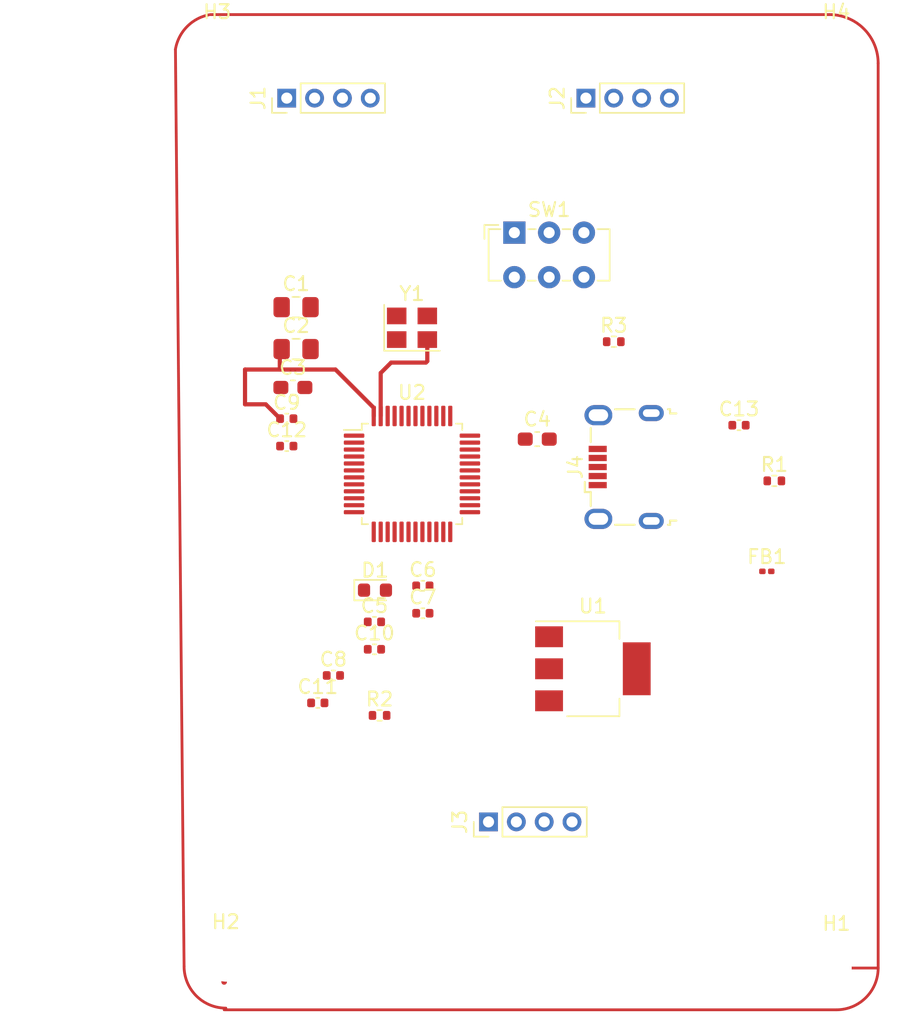
<source format=kicad_pcb>
(kicad_pcb (version 20211014) (generator pcbnew)
  (layers (0 "F.Cu" signal) (31 "B.Cu" power) (34 "B.Paste" user) (35 "F.Paste" user) (36 "B.SilkS" user "B.Silkscreen") (37 "F.SilkS" user "F.Silkscreen") (38 "B.Mask" user) (39 "F.Mask" user) (44 "Edge.Cuts" user))
  (net 0 "")
  (net 1 "VBUS")
  (net 2 "GND")
  (net 3 "+3V3")
  (net 4 "/HSE_IN")
  (net 5 "/NRST")
  (net 6 "/HSE_OUT")
  (net 7 "+3.3VA")
  (net 8 "/PWR_LED_K")
  (net 9 "/I2C2_SCL")
  (net 10 "/I2C2_SDA")
  (net 11 "/USART1_TX")
  (net 12 "/USART1_RX")
  (net 13 "/SWDIO")
  (net 14 "/SWCLK")
  (net 15 "/USB_D+")
  (net 16 "/USB_D-")
  (net 19 "Net-(R2-Pad1)")
  (net 20 "Net-(R2-Pad2)")
  (footprint "Capacitor_SMD:C_0805_2012Metric_Pad1.18x1.45mm_HandSolder" (layer "F.Cu") (at 73.17 96.03)
    (fp_text reference "C2" (at 0 -1.68) (layer "F.SilkS"))
    (fp_text value "22uF")
    (fp_line (start -0.261252 0.735) (end 0.261252 0.735) (layer "F.SilkS") (width 0.12))
    (fp_line (start -0.261252 -0.735) (end 0.261252 -0.735) (layer "F.SilkS") (width 0.12))
    (pad "1" smd roundrect (at -1.0375 0) (size 1.175 1.45) (layers "F.Cu" "F.Paste" "F.Mask") (roundrect_rratio 0.212766) (net 3 "+3V3"))
    (pad "2" smd roundrect (at 1.0375 0) (size 1.175 1.45) (layers "F.Cu" "F.Paste" "F.Mask") (roundrect_rratio 0.212766) (net 2 "GND"))
  )
  (footprint "Resistor_SMD:R_0402_1005Metric" (layer "F.Cu") (at 107.54 105.5)
    (fp_text reference "R1" (at 0 -1.17) (layer "F.SilkS"))
    (fp_text value "1K5")
    (fp_line (start -0.153641 -0.38) (end 0.153641 -0.38) (layer "F.SilkS") (width 0.12))
    (fp_line (start -0.153641 0.38) (end 0.153641 0.38) (layer "F.SilkS") (width 0.12))
    (pad "1" smd roundrect (at -0.51 0) (size 0.54 0.64) (layers "F.Cu" "F.Paste" "F.Mask") (net 8 "/PWR_LED_K"))
    (pad "2" smd roundrect (at 0.51 0) (size 0.54 0.64) (layers "F.Cu" "F.Paste" "F.Mask") (net 2 "GND"))
  )
  (footprint "Crystal:Crystal_SMD_3225-4Pin_3.2x2.5mm" (layer "F.Cu") (at 81.5 94.5)
    (fp_text reference "Y1" (at 0 -2.45) (layer "F.SilkS"))
    (fp_text value "16MHz")
    (fp_line (start -2 1.65) (end 2 1.65) (layer "F.SilkS") (width 0.12))
    (fp_line (start -2 -1.65) (end -2 1.65) (layer "F.SilkS") (width 0.12))
    (pad "1" smd rect (at -1.1 0.85) (size 1.4 1.2) (layers "F.Cu" "F.Paste" "F.Mask") (net 4 "/HSE_IN"))
    (pad "2" smd rect (at 1.1 0.85) (size 1.4 1.2) (layers "F.Cu" "F.Paste" "F.Mask") (net 2 "GND"))
    (pad "3" smd rect (at 1.1 -0.85) (size 1.4 1.2) (layers "F.Cu" "F.Paste" "F.Mask") (net 6 "/HSE_OUT"))
    (pad "4" smd rect (at -1.1 -0.85) (size 1.4 1.2) (layers "F.Cu" "F.Paste" "F.Mask") (net 2 "GND"))
  )
  (footprint "MountingHole:MountingHole_2.2mm_M2" (layer "F.Cu") (at 68.12132 140.37868)
    (fp_text reference "H2" (at 0 -3.2) (layer "F.SilkS"))
    (fp_text value "MountingHole")
    (pad "" np_thru_hole circle (at 0 0) (size 2.2 2.2) (drill 2.2) (layers *.Cu *.Mask))
  )
  (footprint "Resistor_SMD:R_0402_1005Metric" (layer "F.Cu") (at 96 95.5)
    (fp_text reference "R3" (at 0 -1.17) (layer "F.SilkS"))
    (fp_text value "1k5")
    (fp_line (start -0.153641 -0.38) (end 0.153641 -0.38) (layer "F.SilkS") (width 0.12))
    (fp_line (start -0.153641 0.38) (end 0.153641 0.38) (layer "F.SilkS") (width 0.12))
    (pad "1" smd roundrect (at -0.51 0) (size 0.54 0.64) (layers "F.Cu" "F.Paste" "F.Mask") (net 3 "+3V3"))
    (pad "2" smd roundrect (at 0.51 0) (size 0.54 0.64) (layers "F.Cu" "F.Paste" "F.Mask") (net 15 "/USB_D+"))
  )
  (footprint "Capacitor_SMD:C_0603_1608Metric_Pad1.08x0.95mm_HandSolder" (layer "F.Cu") (at 90.5 102.5)
    (fp_text reference "C4" (at 0 -1.43) (layer "F.SilkS"))
    (fp_text value "10n")
    (fp_line (start -0.146267 0.51) (end 0.146267 0.51) (layer "F.SilkS") (width 0.12))
    (fp_line (start -0.146267 -0.51) (end 0.146267 -0.51) (layer "F.SilkS") (width 0.12))
    (pad "1" smd roundrect (at -0.8625 0) (size 1.075 0.95) (layers "F.Cu" "F.Paste" "F.Mask") (net 3 "+3V3"))
    (pad "2" smd roundrect (at 0.8625 0) (size 1.075 0.95) (layers "F.Cu" "F.Paste" "F.Mask") (net 2 "GND"))
  )
  (footprint "Button_Switch_THT:SW_E-Switch_EG1271_DPDT" (layer "F.Cu") (at 88.855 87.665)
    (fp_text reference "SW1" (at 2.5 -1.65) (layer "F.SilkS"))
    (fp_text value "SW_SPDT")
    (fp_line (start -2.15 0.45) (end -2.15 -0.55) (layer "F.SilkS") (width 0.12))
    (fp_line (start 6.85 3.45) (end 5.98 3.45) (layer "F.SilkS") (width 0.12))
    (fp_line (start -1.85 3.45) (end -1.85 -0.25) (layer "F.SilkS") (width 0.12))
    (fp_line (start 5.97 -0.25) (end 6.85 -0.25) (layer "F.SilkS") (width 0.12))
    (fp_line (start -0.97 3.45) (end -1.85 3.45) (layer "F.SilkS") (width 0.12))
    (fp_line (start 1.53 3.45) (end 0.97 3.45) (layer "F.SilkS") (width 0.12))
    (fp_line (start 1 -0.25) (end 1.53 -0.25) (layer "F.SilkS") (width 0.12))
    (fp_line (start 3.47 -0.25) (end 4.03 -0.25) (layer "F.SilkS") (width 0.12))
    (fp_line (start 6.85 -0.25) (end 6.85 3.45) (layer "F.SilkS") (width 0.12))
    (fp_line (start -2.15 -0.55) (end -1.15 -0.55) (layer "F.SilkS") (width 0.12))
    (fp_line (start 4.02 3.45) (end 3.47 3.45) (layer "F.SilkS") (width 0.12))
    (fp_line (start -1.85 -0.25) (end -1 -0.25) (layer "F.SilkS") (width 0.12))
    (pad "1" thru_hole rect (at 0 0) (size 1.6 1.6) (drill 0.8) (layers *.Cu *.Mask) (net 3 "+3V3"))
    (pad "2" thru_hole circle (at 2.5 0) (size 1.6 1.6) (drill 0.8) (layers *.Cu *.Mask) (net 20 "Net-(R2-Pad2)"))
    (pad "3" thru_hole circle (at 5 0) (size 1.6 1.6) (drill 0.8) (layers *.Cu *.Mask) (net 2 "GND"))
    (pad "4" thru_hole circle (at 0 3.2) (size 1.6 1.6) (drill 0.8) (layers *.Cu *.Mask))
    (pad "5" thru_hole circle (at 2.5 3.2) (size 1.6 1.6) (drill 0.8) (layers *.Cu *.Mask))
    (pad "6" thru_hole circle (at 5 3.2) (size 1.6 1.6) (drill 0.8) (layers *.Cu *.Mask))
  )
  (footprint "Connector_PinHeader_2.00mm:PinHeader_1x04_P2.00mm_Vertical" (layer "F.Cu") (at 87 130 90)
    (fp_text reference "J3" (at 0 -2.06 90) (layer "F.SilkS"))
    (fp_text value "Conn_01x04_Male")
    (fp_line (start -1.06 1) (end -1.06 7.06) (layer "F.SilkS") (width 0.12))
    (fp_line (start -1.06 -1.06) (end 0 -1.06) (layer "F.SilkS") (width 0.12))
    (fp_line (start 1.06 1) (end 1.06 7.06) (layer "F.SilkS") (width 0.12))
    (fp_line (start -1.06 0) (end -1.06 -1.06) (layer "F.SilkS") (width 0.12))
    (fp_line (start -1.06 7.06) (end 1.06 7.06) (layer "F.SilkS") (width 0.12))
    (fp_line (start -1.06 1) (end 1.06 1) (layer "F.SilkS") (width 0.12))
    (pad "1" thru_hole rect (at 0 0 90) (size 1.35 1.35) (drill 0.8) (layers *.Cu *.Mask) (net 3 "+3V3"))
    (pad "2" thru_hole oval (at 0 2 90) (size 1.35 1.35) (drill 0.8) (layers *.Cu *.Mask) (net 13 "/SWDIO"))
    (pad "3" thru_hole oval (at 0 4 90) (size 1.35 1.35) (drill 0.8) (layers *.Cu *.Mask) (net 14 "/SWCLK"))
    (pad "4" thru_hole oval (at 0 6 90) (size 1.35 1.35) (drill 0.8) (layers *.Cu *.Mask) (net 2 "GND"))
  )
  (footprint "Capacitor_SMD:C_0402_1005Metric" (layer "F.Cu") (at 78.8 115.63)
    (fp_text reference "C5" (at 0 -1.16) (layer "F.SilkS"))
    (fp_text value "100n")
    (fp_line (start -0.107836 0.36) (end 0.107836 0.36) (layer "F.SilkS") (width 0.12))
    (fp_line (start -0.107836 -0.36) (end 0.107836 -0.36) (layer "F.SilkS") (width 0.12))
    (pad "1" smd roundrect (at -0.48 0) (size 0.56 0.62) (layers "F.Cu" "F.Paste" "F.Mask") (net 5 "/NRST"))
    (pad "2" smd roundrect (at 0.48 0) (size 0.56 0.62) (layers "F.Cu" "F.Paste" "F.Mask") (net 2 "GND"))
  )
  (footprint "Capacitor_SMD:C_0402_1005Metric" (layer "F.Cu") (at 72.5 103)
    (fp_text reference "C12" (at 0 -1.16) (layer "F.SilkS"))
    (fp_text value "1u")
    (fp_line (start -0.107836 -0.36) (end 0.107836 -0.36) (layer "F.SilkS") (width 0.12))
    (fp_line (start -0.107836 0.36) (end 0.107836 0.36) (layer "F.SilkS") (width 0.12))
    (pad "1" smd roundrect (at -0.48 0) (size 0.56 0.62) (layers "F.Cu" "F.Paste" "F.Mask") (net 7 "+3.3VA"))
    (pad "2" smd roundrect (at 0.48 0) (size 0.56 0.62) (layers "F.Cu" "F.Paste" "F.Mask") (net 2 "GND"))
  )
  (footprint "Inductor_SMD:L_0201_0603Metric" (layer "F.Cu") (at 107 112)
    (fp_text reference "FB1" (at 0 -1.05) (layer "F.SilkS"))
    (fp_text value "120R")
    (pad "1" smd roundrect (at -0.32 0) (size 0.46 0.4) (layers "F.Cu" "F.Mask") (net 7 "+3.3VA"))
    (pad "2" smd roundrect (at 0.32 0) (size 0.46 0.4) (layers "F.Cu" "F.Mask") (net 3 "+3V3"))
  )
  (footprint "Connector_USB:USB_Micro-B_Wuerth_629105150521" (layer "F.Cu") (at 96.745 104.505 90)
    (fp_text reference "J4" (at 0 -3.5 90) (layer "F.SilkS"))
    (fp_text value "USB_B_Micro")
    (fp_line (start -1.075 -2.825) (end -1.8 -2.825) (layer "F.SilkS") (width 0.15))
    (fp_line (start -4.15 3.3) (end -3.85 3.3) (layer "F.SilkS") (width 0.15))
    (fp_line (start -4.15 3.15) (end -4.15 3.3) (layer "F.SilkS") (width 0.15))
    (fp_line (start 1.8 -2.4) (end 2.8 -2.4) (layer "F.SilkS") (width 0.15))
    (fp_line (start -4.15 -0.65) (end -4.15 0.75) (layer "F.SilkS") (width 0.15))
    (fp_line (start -1.8 -2.825) (end -1.8 -2.4) (layer "F.SilkS") (width 0.15))
    (fp_line (start -1.8 -2.4) (end -2.8 -2.4) (layer "F.SilkS") (width 0.15))
    (fp_line (start 3.85 3.3) (end 4.15 3.3) (layer "F.SilkS") (width 0.15))
    (fp_line (start -3.85 3.3) (end -3.85 3.75) (layer "F.SilkS") (width 0.15))
    (fp_line (start 3.85 3.75) (end 3.85 3.3) (layer "F.SilkS") (width 0.15))
    (fp_line (start 4.15 0.75) (end 4.15 -0.65) (layer "F.SilkS") (width 0.15))
    (fp_line (start 4.15 3.3) (end 4.15 3.15) (layer "F.SilkS") (width 0.15))
    (pad "" np_thru_hole oval (at 2.5 -0.8 90) (size 0.8 0.8) (drill 0.8) (layers *.Cu *.Mask))
    (pad "" np_thru_hole oval (at -2.5 -0.8 90) (size 0.8 0.8) (drill 0.8) (layers *.Cu *.Mask))
    (pad "1" smd rect (at -1.3 -1.9 90) (size 0.45 1.3) (layers "F.Cu" "F.Paste" "F.Mask") (net 1 "VBUS"))
    (pad "2" smd rect (at -0.65 -1.9 90) (size 0.45 1.3) (layers "F.Cu" "F.Paste" "F.Mask") (net 15 "/USB_D+"))
    (pad "3" smd rect (at 0 -1.9 90) (size 0.45 1.3) (layers "F.Cu" "F.Paste" "F.Mask") (net 16 "/USB_D-"))
    (pad "4" smd rect (at 0.65 -1.9 90) (size 0.45 1.3) (layers "F.Cu" "F.Paste" "F.Mask"))
    (pad "5" smd rect (at 1.3 -1.9 90) (size 0.45 1.3) (layers "F.Cu" "F.Paste" "F.Mask") (net 2 "GND"))
    (pad "6" thru_hole oval (at -3.725 -1.85 90) (size 1.45 2) (drill oval 0.85 1.4) (layers *.Cu *.Mask))
    (pad "6" thru_hole oval (at 3.875 1.95 90) (size 1.15 1.8) (drill oval 0.55 1.2) (layers *.Cu *.Mask))
    (pad "6" thru_hole oval (at 3.725 -1.85 90) (size 1.45 2) (drill oval 0.85 1.4) (layers *.Cu *.Mask))
    (pad "6" thru_hole oval (at -3.875 1.95 90) (size 1.15 1.8) (drill oval 0.55 1.2) (layers *.Cu *.Mask))
  )
  (footprint "Connector_PinHeader_2.00mm:PinHeader_1x04_P2.00mm_Vertical" (layer "F.Cu") (at 72.5 78 90)
    (fp_text reference "J1" (at 0 -2.06 90) (layer "F.SilkS"))
    (fp_text value "Conn_01x04_Male")
    (fp_line (start -1.06 7.06) (end 1.06 7.06) (layer "F.SilkS") (width 0.12))
    (fp_line (start -1.06 0) (end -1.06 -1.06) (layer "F.SilkS") (width 0.12))
    (fp_line (start 1.06 1) (end 1.06 7.06) (layer "F.SilkS") (width 0.12))
    (fp_line (start -1.06 1) (end -1.06 7.06) (layer "F.SilkS") (width 0.12))
    (fp_line (start -1.06 -1.06) (end 0 -1.06) (layer "F.SilkS") (width 0.12))
    (fp_line (start -1.06 1) (end 1.06 1) (layer "F.SilkS") (width 0.12))
    (pad "1" thru_hole rect (at 0 0 90) (size 1.35 1.35) (drill 0.8) (layers *.Cu *.Mask) (net 3 "+3V3"))
    (pad "2" thru_hole oval (at 0 2 90) (size 1.35 1.35) (drill 0.8) (layers *.Cu *.Mask) (net 9 "/I2C2_SCL"))
    (pad "3" thru_hole oval (at 0 4 90) (size 1.35 1.35) (drill 0.8) (layers *.Cu *.Mask) (net 10 "/I2C2_SDA"))
    (pad "4" thru_hole oval (at 0 6 90) (size 1.35 1.35) (drill 0.8) (layers *.Cu *.Mask) (net 2 "GND"))
  )
  (footprint "LED_SMD:LED_0603_1608Metric" (layer "F.Cu") (at 78.84 113.35)
    (fp_text reference "D1" (at 0 -1.43) (layer "F.SilkS"))
    (fp_text value "LED")
    (fp_line (start -1.485 0.735) (end 0.8 0.735) (layer "F.SilkS") (width 0.12))
    (fp_line (start -1.485 -0.735) (end -1.485 0.735) (layer "F.SilkS") (width 0.12))
    (fp_line (start 0.8 -0.735) (end -1.485 -0.735) (layer "F.SilkS") (width 0.12))
    (pad "1" smd roundrect (at -0.7875 0) (size 0.875 0.95) (layers "F.Cu" "F.Paste" "F.Mask") (net 8 "/PWR_LED_K"))
    (pad "2" smd roundrect (at 0.7875 0) (size 0.875 0.95) (layers "F.Cu" "F.Paste" "F.Mask") (net 3 "+3V3"))
  )
  (footprint "Capacitor_SMD:C_0402_1005Metric" (layer "F.Cu") (at 82.28 115.01)
    (fp_text reference "C7" (at 0 -1.16) (layer "F.SilkS"))
    (fp_text value "100n")
    (fp_line (start -0.107836 0.36) (end 0.107836 0.36) (layer "F.SilkS") (width 0.12))
    (fp_line (start -0.107836 -0.36) (end 0.107836 -0.36) (layer "F.SilkS") (width 0.12))
    (pad "1" smd roundrect (at -0.48 0) (size 0.56 0.62) (layers "F.Cu" "F.Paste" "F.Mask") (net 3 "+3V3"))
    (pad "2" smd roundrect (at 0.48 0) (size 0.56 0.62) (layers "F.Cu" "F.Paste" "F.Mask") (net 2 "GND"))
  )
  (footprint "Resistor_SMD:R_0402_1005Metric" (layer "F.Cu") (at 79.17 122.35)
    (fp_text reference "R2" (at 0 -1.17) (layer "F.SilkS"))
    (fp_text value "10K")
    (fp_line (start -0.153641 0.38) (end 0.153641 0.38) (layer "F.SilkS") (width 0.12))
    (fp_line (start -0.153641 -0.38) (end 0.153641 -0.38) (layer "F.SilkS") (width 0.12))
    (pad "1" smd roundrect (at -0.51 0) (size 0.54 0.64) (layers "F.Cu" "F.Paste" "F.Mask") (net 19 "Net-(R2-Pad1)"))
    (pad "2" smd roundrect (at 0.51 0) (size 0.54 0.64) (layers "F.Cu" "F.Paste" "F.Mask") (net 20 "Net-(R2-Pad2)"))
  )
  (footprint "Capacitor_SMD:C_0402_1005Metric" (layer "F.Cu") (at 105 101.5)
    (fp_text reference "C13" (at 0 -1.16) (layer "F.SilkS"))
    (fp_text value "1u")
    (fp_line (start -0.107836 -0.36) (end 0.107836 -0.36) (layer "F.SilkS") (width 0.12))
    (fp_line (start -0.107836 0.36) (end 0.107836 0.36) (layer "F.SilkS") (width 0.12))
    (pad "1" smd roundrect (at -0.48 0) (size 0.56 0.62) (layers "F.Cu" "F.Paste" "F.Mask") (net 3 "+3V3"))
    (pad "2" smd roundrect (at 0.48 0) (size 0.56 0.62) (layers "F.Cu" "F.Paste" "F.Mask") (net 2 "GND"))
  )
  (footprint "Capacitor_SMD:C_0603_1608Metric_Pad1.08x0.95mm_HandSolder" (layer "F.Cu") (at 72.94 98.79)
    (fp_text reference "C3" (at 0 -1.43) (layer "F.SilkS"))
    (fp_text value "10p")
    (fp_line (start -0.146267 -0.51) (end 0.146267 -0.51) (layer "F.SilkS") (width 0.12))
    (fp_line (start -0.146267 0.51) (end 0.146267 0.51) (layer "F.SilkS") (width 0.12))
    (pad "1" smd roundrect (at -0.8625 0) (size 1.075 0.95) (layers "F.Cu" "F.Paste" "F.Mask") (net 4 "/HSE_IN"))
    (pad "2" smd roundrect (at 0.8625 0) (size 1.075 0.95) (layers "F.Cu" "F.Paste" "F.Mask") (net 2 "GND"))
  )
  (footprint "Capacitor_SMD:C_0402_1005Metric" (layer "F.Cu") (at 75.85 119.48)
    (fp_text reference "C8" (at 0 -1.16) (layer "F.SilkS"))
    (fp_text value "10p")
    (fp_line (start -0.107836 -0.36) (end 0.107836 -0.36) (layer "F.SilkS") (width 0.12))
    (fp_line (start -0.107836 0.36) (end 0.107836 0.36) (layer "F.SilkS") (width 0.12))
    (pad "1" smd roundrect (at -0.48 0) (size 0.56 0.62) (layers "F.Cu" "F.Paste" "F.Mask") (net 6 "/HSE_OUT"))
    (pad "2" smd roundrect (at 0.48 0) (size 0.56 0.62) (layers "F.Cu" "F.Paste" "F.Mask") (net 2 "GND"))
  )
  (footprint "Capacitor_SMD:C_0805_2012Metric_Pad1.18x1.45mm_HandSolder" (layer "F.Cu") (at 73.17 93.02)
    (fp_text reference "C1" (at 0 -1.68) (layer "F.SilkS"))
    (fp_text value "22uF")
    (fp_line (start -0.261252 0.735) (end 0.261252 0.735) (layer "F.SilkS") (width 0.12))
    (fp_line (start -0.261252 -0.735) (end 0.261252 -0.735) (layer "F.SilkS") (width 0.12))
    (pad "1" smd roundrect (at -1.0375 0) (size 1.175 1.45) (layers "F.Cu" "F.Paste" "F.Mask") (roundrect_rratio 0.212766) (net 1 "VBUS"))
    (pad "2" smd roundrect (at 1.0375 0) (size 1.175 1.45) (layers "F.Cu" "F.Paste" "F.Mask") (roundrect_rratio 0.212766) (net 2 "GND"))
  )
  (footprint "Package_QFP:LQFP-48_7x7mm_P0.5mm" (layer "F.Cu") (at 81.5 105)
    (fp_text reference "U2" (at 0 -5.85) (layer "F.SilkS"))
    (fp_text value "STM32F103C8Tx")
    (fp_line (start 3.61 3.61) (end 3.61 3.16) (layer "F.SilkS") (width 0.12))
    (fp_line (start 3.16 -3.61) (end 3.61 -3.61) (layer "F.SilkS") (width 0.12))
    (fp_line (start 3.16 3.61) (end 3.61 3.61) (layer "F.SilkS") (width 0.12))
    (fp_line (start -3.61 -3.16) (end -4.9 -3.16) (layer "F.SilkS") (width 0.12))
    (fp_line (start -3.61 -3.61) (end -3.61 -3.16) (layer "F.SilkS") (width 0.12))
    (fp_line (start 3.61 -3.61) (end 3.61 -3.16) (layer "F.SilkS") (width 0.12))
    (fp_line (start -3.16 3.61) (end -3.61 3.61) (layer "F.SilkS") (width 0.12))
    (fp_line (start -3.16 -3.61) (end -3.61 -3.61) (layer "F.SilkS") (width 0.12))
    (fp_line (start -3.61 3.61) (end -3.61 3.16) (layer "F.SilkS") (width 0.12))
    (pad "1" smd roundrect (at -4.1625 -2.75) (size 1.475 0.3) (layers "F.Cu" "F.Paste" "F.Mask") (net 3 "+3V3"))
    (pad "2" smd roundrect (at -4.1625 -2.25) (size 1.475 0.3) (layers "F.Cu" "F.Paste" "F.Mask"))
    (pad "3" smd roundrect (at -4.1625 -1.75) (size 1.475 0.3) (layers "F.Cu" "F.Paste" "F.Mask"))
    (pad "4" smd roundrect (at -4.1625 -1.25) (size 1.475 0.3) (layers "F.Cu" "F.Paste" "F.Mask"))
    (pad "5" smd roundrect (at -4.1625 -0.75) (size 1.475 0.3) (layers "F.Cu" "F.Paste" "F.Mask") (net 4 "/HSE_IN"))
    (pad "6" smd roundrect (at -4.1625 -0.25) (size 1.475 0.3) (layers "F.Cu" "F.Paste" "F.Mask") (net 6 "/HSE_OUT"))
    (pad "7" smd roundrect (at -4.1625 0.25) (size 1.475 0.3) (layers "F.Cu" "F.Paste" "F.Mask") (net 5 "/NRST"))
    (pad "8" smd roundrect (at -4.1625 0.75) (size 1.475 0.3) (layers "F.Cu" "F.Paste" "F.Mask") (net 2 "GND"))
    (pad "9" smd roundrect (at -4.1625 1.25) (size 1.475 0.3) (layers "F.Cu" "F.Paste" "F.Mask") (net 7 "+3.3VA"))
    (pad "10" smd roundrect (at -4.1625 1.75) (size 1.475 0.3) (layers "F.Cu" "F.Paste" "F.Mask"))
    (pad "11" smd roundrect (at -4.1625 2.25) (size 1.475 0.3) (layers "F.Cu" "F.Paste" "F.Mask"))
    (pad "12" smd roundrect (at -4.1625 2.75) (size 1.475 0.3) (layers "F.Cu" "F.Paste" "F.Mask"))
    (pad "13" smd roundrect (at -2.75 4.1625) (size 0.3 1.475) (layers "F.Cu" "F.Paste" "F.Mask"))
    (pad "14" smd roundrect (at -2.25 4.1625) (size 0.3 1.475) (layers "F.Cu" "F.Paste" "F.Mask"))
    (pad "15" smd roundrect (at -1.75 4.1625) (size 0.3 1.475) (layers "F.Cu" "F.Paste" "F.Mask"))
    (pad "16" smd roundrect (at -1.25 4.1625) (size 0.3 1.475) (layers "F.Cu" "F.Paste" "F.Mask"))
    (pad "17" smd roundrect (at -0.75 4.1625) (size 0.3 1.475) (layers "F.Cu" "F.Paste" "F.Mask"))
    (pad "18" smd roundrect (at -0.25 4.1625) (size 0.3 1.475) (layers "F.Cu" "F.Paste" "F.Mask"))
    (pad "19" smd roundrect (at 0.25 4.1625) (size 0.3 1.475) (layers "F.Cu" "F.Paste" "F.Mask"))
    (pad "20" smd roundrect (at 0.75 4.1625) (size 0.3 1.475) (layers "F.Cu" "F.Paste" "F.Mask"))
    (pad "21" smd roundrect (at 1.25 4.1625) (size 0.3 1.475) (layers "F.Cu" "F.Paste" "F.Mask") (net 9 "/I2C2_SCL"))
    (pad "22" smd roundrect (at 1.75 4.1625) (size 0.3 1.475) (layers "F.Cu" "F.Paste" "F.Mask") (net 10 "/I2C2_SDA"))
    (pad "23" smd roundrect (at 2.25 4.1625) (size 0.3 1.475) (layers "F.Cu" "F.Paste" "F.Mask") (net 2 "GND"))
    (pad "24" smd roundrect (at 2.75 4.1625) (size 0.3 1.475) (layers "F.Cu" "F.Paste" "F.Mask") (net 3 "+3V3"))
    (pad "25" smd roundrect (at 4.1625 2.75) (size 1.475 0.3) (layers "F.Cu" "F.Paste" "F.Mask"))
    (pad "26" smd roundrect (at 4.1625 2.25) (size 1.475 0.3) (layers "F.Cu" "F.Paste" "F.Mask"))
    (pad "27" smd roundrect (at 4.1625 1.75) (size 1.475 0.3) (layers "F.Cu" "F.Paste" "F.Mask"))
    (pad "28" smd roundrect (at 4.1625 1.25) (size 1.475 0.3) (layers "F.Cu" "F.Paste" "F.Mask"))
    (pad "29" smd roundrect (at 4.1625 0.75) (size 1.475 0.3) (layers "F.Cu" "F.Paste" "F.Mask"))
    (pad "30" smd roundrect (at 4.1625 0.25) (size 1.475 0.3) (layers "F.Cu" "F.Paste" "F.Mask"))
    (pad "31" smd roundrect (at 4.1625 -0.25) (size 1.475 0.3) (layers "F.Cu" "F.Paste" "F.Mask"))
    (pad "32" smd roundrect (at 4.1625 -0.75) (size 1.475 0.3) (layers "F.Cu" "F.Paste" "F.Mask") (net 16 "/USB_D-"))
    (pad "33" smd roundrect (at 4.1625 -1.25) (size 1.475 0.3) (layers "F.Cu" "F.Paste" "F.Mask") (net 15 "/USB_D+"))
    (pad "34" smd roundrect (at 4.1625 -1.75) (size 1.475 0.3) (layers "F.Cu" "F.Paste" "F.Mask") (net 13 "/SWDIO"))
    (pad "35" smd roundrect (at 4.1625 -2.25) (size 1.475 0.3) (layers "F.Cu" "F.Paste" "F.Mask") (net 2 "GND"))
    (pad "36" smd roundrect (at 4.1625 -2.75) (size 1.475 0.3) (layers "F.Cu" "F.Paste" "F.Mask") (net 3 "+3V3"))
    (pad "37" smd roundrect (at 2.75 -4.1625) (size 0.3 1.475) (layers "F.Cu" "F.Paste" "F.Mask") (net 14 "/SWCLK"))
    (pad "38" smd roundrect (at 2.25 -4.1625) (size 0.3 1.475) (layers "F.Cu" "F.Paste" "F.Mask"))
    (pad "39" smd roundrect (at 1.75 -4.1625) (size 0.3 1.475) (layers "F.Cu" "F.Paste" "F.Mask"))
    (pad "40" smd roundrect (at 1.25 -4.1625) (size 0.3 1.475) (layers "F.Cu" "F.Paste" "F.Mask"))
    (pad "41" smd roundrect (at 0.75 -4.1625) (size 0.3 1.475) (layers "F.Cu" "F.Paste" "F.Mask"))
    (pad "42" smd roundrect (at 0.25 -4.1625) (size 0.3 1.475) (layers "F.Cu" "F.Paste" "F.Mask") (net 11 "/USART1_TX"))
    (pad "43" smd roundrect (at -0.25 -4.1625) (size 0.3 1.475) (layers "F.Cu" "F.Paste" "F.Mask") (net 12 "/USART1_RX"))
    (pad "44" smd roundrect (at -0.75 -4.1625) (size 0.3 1.475) (layers "F.Cu" "F.Paste" "F.Mask") (net 19 "Net-(R2-Pad1)"))
    (pad "45" smd roundrect (at -1.25 -4.1625) (size 0.3 1.475) (layers "F.Cu" "F.Paste" "F.Mask"))
    (pad "46" smd roundrect (at -1.75 -4.1625) (size 0.3 1.475) (layers "F.Cu" "F.Paste" "F.Mask"))
    (pad "47" smd roundrect (at -2.25 -4.1625) (size 0.3 1.475) (layers "F.Cu" "F.Paste" "F.Mask") (net 2 "GND"))
    (pad "48" smd roundrect (at -2.75 -4.1625) (size 0.3 1.475) (layers "F.Cu" "F.Paste" "F.Mask") (net 3 "+3V3"))
  )
  (footprint "MountingHole:MountingHole_2.2mm_M2" (layer "F.Cu") (at 112 140.5)
    (fp_text reference "H1" (at 0 -3.2) (layer "F.SilkS"))
    (fp_text value "MountingHole")
    (pad "" np_thru_hole circle (at 0 0) (size 2.2 2.2) (drill 2.2) (layers *.Cu *.Mask))
  )
  (footprint "MountingHole:MountingHole_2.2mm_M2" (layer "F.Cu") (at 67.5 75)
    (fp_text reference "H3" (at 0 -3.2) (layer "F.SilkS"))
    (fp_text value "MountingHole")
    (pad "" np_thru_hole circle (at 0 0) (size 2.2 2.2) (drill 2.2) (layers *.Cu *.Mask))
  )
  (footprint "Capacitor_SMD:C_0402_1005Metric" (layer "F.Cu") (at 82.28 113.04)
    (fp_text reference "C6" (at 0 -1.16) (layer "F.SilkS"))
    (fp_text value "100n")
    (fp_line (start -0.107836 0.36) (end 0.107836 0.36) (layer "F.SilkS") (width 0.12))
    (fp_line (start -0.107836 -0.36) (end 0.107836 -0.36) (layer "F.SilkS") (width 0.12))
    (pad "1" smd roundrect (at -0.48 0) (size 0.56 0.62) (layers "F.Cu" "F.Paste" "F.Mask") (net 3 "+3V3"))
    (pad "2" smd roundrect (at 0.48 0) (size 0.56 0.62) (layers "F.Cu" "F.Paste" "F.Mask") (net 2 "GND"))
  )
  (footprint "Connector_PinHeader_2.00mm:PinHeader_1x04_P2.00mm_Vertical" (layer "F.Cu") (at 94 78 90)
    (fp_text reference "J2" (at 0 -2.06 90) (layer "F.SilkS"))
    (fp_text value "Conn_01x04_Male")
    (fp_line (start -1.06 -1.06) (end 0 -1.06) (layer "F.SilkS") (width 0.12))
    (fp_line (start 1.06 1) (end 1.06 7.06) (layer "F.SilkS") (width 0.12))
    (fp_line (start -1.06 0) (end -1.06 -1.06) (layer "F.SilkS") (width 0.12))
    (fp_line (start -1.06 1) (end 1.06 1) (layer "F.SilkS") (width 0.12))
    (fp_line (start -1.06 1) (end -1.06 7.06) (layer "F.SilkS") (width 0.12))
    (fp_line (start -1.06 7.06) (end 1.06 7.06) (layer "F.SilkS") (width 0.12))
    (pad "1" thru_hole rect (at 0 0 90) (size 1.35 1.35) (drill 0.8) (layers *.Cu *.Mask) (net 3 "+3V3"))
    (pad "2" thru_hole oval (at 0 2 90) (size 1.35 1.35) (drill 0.8) (layers *.Cu *.Mask) (net 11 "/USART1_TX"))
    (pad "3" thru_hole oval (at 0 4 90) (size 1.35 1.35) (drill 0.8) (layers *.Cu *.Mask) (net 12 "/USART1_RX"))
    (pad "4" thru_hole oval (at 0 6 90) (size 1.35 1.35) (drill 0.8) (layers *.Cu *.Mask) (net 2 "GND"))
  )
  (footprint "Capacitor_SMD:C_0402_1005Metric" (layer "F.Cu") (at 78.8 117.6)
    (fp_text reference "C10" (at 0 -1.16) (layer "F.SilkS"))
    (fp_text value "100n")
    (fp_line (start -0.107836 0.36) (end 0.107836 0.36) (layer "F.SilkS") (width 0.12))
    (fp_line (start -0.107836 -0.36) (end 0.107836 -0.36) (layer "F.SilkS") (width 0.12))
    (pad "1" smd roundrect (at -0.48 0) (size 0.56 0.62) (layers "F.Cu" "F.Paste" "F.Mask") (net 3 "+3V3"))
    (pad "2" smd roundrect (at 0.48 0) (size 0.56 0.62) (layers "F.Cu" "F.Paste" "F.Mask") (net 2 "GND"))
  )
  (footprint "MountingHole:MountingHole_2.2mm_M2" (layer "F.Cu") (at 112 75)
    (fp_text reference "H4" (at 0 -3.2) (layer "F.SilkS"))
    (fp_text value "MountingHole")
    (pad "" np_thru_hole circle (at 0 0) (size 2.2 2.2) (drill 2.2) (layers *.Cu *.Mask))
  )
  (footprint "Capacitor_SMD:C_0402_1005Metric" (layer "F.Cu") (at 74.73 121.45)
    (fp_text reference "C11" (at 0 -1.16) (layer "F.SilkS"))
    (fp_text value "10n")
    (fp_line (start -0.107836 0.36) (end 0.107836 0.36) (layer "F.SilkS") (width 0.12))
    (fp_line (start -0.107836 -0.36) (end 0.107836 -0.36) (layer "F.SilkS") (width 0.12))
    (pad "1" smd roundrect (at -0.48 0) (size 0.56 0.62) (layers "F.Cu" "F.Paste" "F.Mask") (net 7 "+3.3VA"))
    (pad "2" smd roundrect (at 0.48 0) (size 0.56 0.62) (layers "F.Cu" "F.Paste" "F.Mask") (net 2 "GND"))
  )
  (footprint "Package_TO_SOT_SMD:SOT-223-3_TabPin2" (layer "F.Cu") (at 94.5 119)
    (fp_text reference "U1" (at 0 -4.5) (layer "F.SilkS"))
    (fp_text value "AMS1117-3.3")
    (fp_line (start 1.91 -3.41) (end 1.91 -2.15) (layer "F.SilkS") (width 0.12))
    (fp_line (start -4.1 -3.41) (end 1.91 -3.41) (layer "F.SilkS") (width 0.12))
    (fp_line (start 1.91 3.41) (end 1.91 2.15) (layer "F.SilkS") (width 0.12))
    (fp_line (start -1.85 3.41) (end 1.91 3.41) (layer "F.SilkS") (width 0.12))
    (pad "1" smd rect (at -3.15 -2.3) (size 2 1.5) (layers "F.Cu" "F.Paste" "F.Mask") (net 2 "GND"))
    (pad "2" smd rect (at -3.15 0) (size 2 1.5) (layers "F.Cu" "F.Paste" "F.Mask") (net 3 "+3V3"))
    (pad "2" smd rect (at 3.15 0) (size 2 3.8) (layers "F.Cu" "F.Paste" "F.Mask") (net 3 "+3V3"))
    (pad "3" smd rect (at -3.15 2.3) (size 2 1.5) (layers "F.Cu" "F.Paste" "F.Mask") (net 1 "VBUS"))
  )
  (footprint "Capacitor_SMD:C_0402_1005Metric" (layer "F.Cu") (at 72.5 101.03)
    (fp_text reference "C9" (at 0 -1.16) (layer "F.SilkS"))
    (fp_text value "100n")
    (fp_line (start -0.107836 0.36) (end 0.107836 0.36) (layer "F.SilkS") (width 0.12))
    (fp_line (start -0.107836 -0.36) (end 0.107836 -0.36) (layer "F.SilkS") (width 0.12))
    (pad "1" smd roundrect (at -0.48 0) (size 0.56 0.62) (layers "F.Cu" "F.Paste" "F.Mask") (net 3 "+3V3"))
    (pad "2" smd roundrect (at 0.48 0) (size 0.56 0.62) (layers "F.Cu" "F.Paste" "F.Mask") (net 2 "GND"))
  )
  (gr_line (start 65.12132 140.37868) (end 64.5 74.5) (layer "F.Cu") (width 0.2))
  (gr_arc (start 115 140.5) (mid 114.12132 142.62132) (end 112 143.5) (layer "F.Cu") (width 0.2))
  (gr_arc (start 68 141.5) (mid 68 141.5) (end 68 141.5) (layer "F.Cu") (width 0.2))
  (gr_arc (start 68.12132 143.37868) (mid 66 142.5) (end 65.12132 140.37868) (layer "F.Cu") (width 0.2))
  (gr_arc (start 111.5 72) (mid 113.974874 73.025126) (end 115 75.5) (layer "F.Cu") (width 0.2))
  (gr_arc (start 64.5 74.5) (mid 65.315025 72.884372) (end 66.903536 72.017681) (layer "F.Cu") (width 0.2))
  (gr_line (start 112 140.5) (end 115 140.5) (layer "F.Cu") (width 0.2))
  (gr_line (start 111.5 72) (end 67 72) (layer "F.Cu") (width 0.2))
  (gr_line (start 115 140.5) (end 115 75.5) (layer "F.Cu") (width 0.2))
  (gr_line (start 112 143.5) (end 68 143.5) (layer "F.Cu") (width 0.2))
  (segment (start 79.25 100.8375) (end 79.25 97.75) (width 0.3) (layer "F.Cu") (net 2))
  (segment (start 80 97) (end 82.5 97) (width 0.3) (layer "F.Cu") (net 2))
  (segment (start 82.5 97) (end 82.6 96.9) (width 0.3) (layer "F.Cu") (net 2))
  (segment (start 82.6 96.9) (end 82.6 95.35) (width 0.3) (layer "F.Cu") (net 2))
  (segment (start 79.25 97.75) (end 80 97) (width 0.3) (layer "F.Cu") (net 2))
  (segment (start 76 97.5) (end 72 97.5) (width 0.3) (layer "F.Cu") (net 3))
  (segment (start 72.02 101.03) (end 70.99 100) (width 0.3) (layer "F.Cu") (net 3))
  (segment (start 78.75 100.8375) (end 78.75 100.25) (width 0.3) (layer "F.Cu") (net 3))
  (segment (start 69.5 97.5) (end 72 97.5) (width 0.3) (layer "F.Cu") (net 3))
  (segment (start 72 97.5) (end 72 96.1625) (width 0.3) (layer "F.Cu") (net 3))
  (segment (start 69.5 100) (end 69.5 97.5) (width 0.3) (layer "F.Cu") (net 3))
  (segment (start 70.99 100) (end 69.5 100) (width 0.3) (layer "F.Cu") (net 3))
  (segment (start 78.75 100.25) (end 76 97.5) (width 0.3) (layer "F.Cu") (net 3))
  (segment (start 72 96.1625) (end 72.1325 96.03) (width 0.3) (layer "F.Cu") (net 3))
)
</source>
